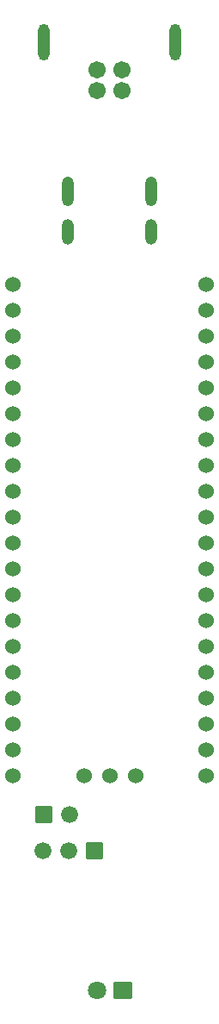
<source format=gbs>
G04 Layer: BottomSolderMaskLayer*
G04 EasyEDA v6.5.40, 2024-08-19 02:38:51*
G04 a67cddfb3fce44daa9051d46cbbcc19f,10*
G04 Gerber Generator version 0.2*
G04 Scale: 100 percent, Rotated: No, Reflected: No *
G04 Dimensions in millimeters *
G04 leading zeros omitted , absolute positions ,4 integer and 5 decimal *
%FSLAX45Y45*%
%MOMM*%

%AMMACRO1*1,1,$1,$2,$3*1,1,$1,$4,$5*1,1,$1,0-$2,0-$3*1,1,$1,0-$4,0-$5*20,1,$1,$2,$3,$4,$5,0*20,1,$1,$4,$5,0-$2,0-$3,0*20,1,$1,0-$2,0-$3,0-$4,0-$5,0*20,1,$1,0-$4,0-$5,$2,$3,0*4,1,4,$2,$3,$4,$5,0-$2,0-$3,0-$4,0-$5,$2,$3,0*%
%ADD10MACRO1,0.1016X0.7874X0.7874X0.7874X-0.7874*%
%ADD11C,1.6764*%
%ADD12MACRO1,0.1016X0.7874X-0.7874X-0.7874X-0.7874*%
%ADD13C,1.5240*%
%ADD14O,1.2015978000000003X2.5015952*%
%ADD15O,1.2015978000000003X2.9015944*%
%ADD16O,1.1015979999999999X3.6015930000000003*%
%ADD17C,1.7016*%
%ADD18MACRO1,0.1016X0.85X-0.7874X-0.85X-0.7874*%
%ADD19C,1.8016*%

%LPD*%
D10*
G01*
X547999Y2049995D03*
D11*
G01*
X802004Y2049983D03*
D12*
G01*
X1053998Y1699996D03*
D11*
G01*
X799998Y1699996D03*
G01*
X545998Y1699996D03*
D13*
G01*
X247395Y7262876D03*
G01*
X247395Y7008876D03*
G01*
X247395Y6754876D03*
G01*
X247395Y6500876D03*
G01*
X247395Y6246876D03*
G01*
X247395Y5992876D03*
G01*
X247395Y5738876D03*
G01*
X247395Y5484876D03*
G01*
X247395Y5230876D03*
G01*
X247395Y4976876D03*
G01*
X247395Y4722876D03*
G01*
X247395Y4468876D03*
G01*
X247395Y4214876D03*
G01*
X247395Y3960876D03*
G01*
X247395Y3706876D03*
G01*
X247395Y3452876D03*
G01*
X247395Y3198876D03*
G01*
X247395Y2944876D03*
G01*
X247395Y2690876D03*
G01*
X247395Y2436876D03*
G01*
X945895Y2436876D03*
G01*
X1199895Y2436876D03*
G01*
X1453895Y2436876D03*
G01*
X2152395Y2436876D03*
G01*
X2152395Y2690876D03*
G01*
X2152395Y2944876D03*
G01*
X2152395Y3198876D03*
G01*
X2152395Y3452876D03*
G01*
X2152395Y3706876D03*
G01*
X2152395Y3960876D03*
G01*
X2152395Y4214876D03*
G01*
X2152395Y4468876D03*
G01*
X2152395Y4722876D03*
G01*
X2152395Y4976876D03*
G01*
X2152395Y5230876D03*
G01*
X2152395Y5484876D03*
G01*
X2152395Y5738876D03*
G01*
X2152395Y5992876D03*
G01*
X2152395Y6246876D03*
G01*
X2152395Y6500876D03*
G01*
X2152395Y6754876D03*
G01*
X2152395Y7008876D03*
G01*
X2152395Y7262876D03*
D14*
G01*
X1610004Y7772222D03*
G01*
X789990Y7772222D03*
D15*
G01*
X1610004Y8177225D03*
G01*
X789990Y8177225D03*
D16*
G01*
X550011Y9635464D03*
G01*
X1850009Y9635464D03*
D17*
G01*
X1075004Y9364471D03*
G01*
X1325016Y9364471D03*
G01*
X1325016Y9164472D03*
G01*
X1075004Y9164472D03*
D18*
G01*
X1326996Y324998D03*
D19*
G01*
X1072997Y324993D03*
M02*

</source>
